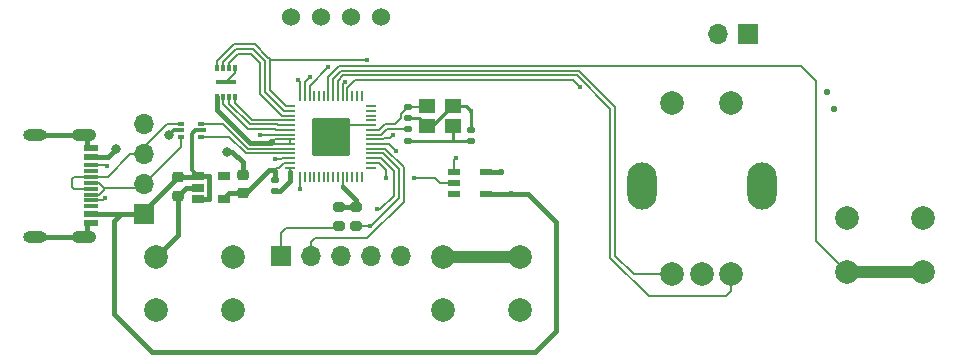
<source format=gbl>
G04 #@! TF.GenerationSoftware,KiCad,Pcbnew,7.0.1-0*
G04 #@! TF.CreationDate,2023-04-02T15:36:46-05:00*
G04 #@! TF.ProjectId,V0_Display,56305f44-6973-4706-9c61-792e6b696361,rev?*
G04 #@! TF.SameCoordinates,Original*
G04 #@! TF.FileFunction,Copper,L4,Bot*
G04 #@! TF.FilePolarity,Positive*
%FSLAX46Y46*%
G04 Gerber Fmt 4.6, Leading zero omitted, Abs format (unit mm)*
G04 Created by KiCad (PCBNEW 7.0.1-0) date 2023-04-02 15:36:46*
%MOMM*%
%LPD*%
G01*
G04 APERTURE LIST*
G04 Aperture macros list*
%AMRoundRect*
0 Rectangle with rounded corners*
0 $1 Rounding radius*
0 $2 $3 $4 $5 $6 $7 $8 $9 X,Y pos of 4 corners*
0 Add a 4 corners polygon primitive as box body*
4,1,4,$2,$3,$4,$5,$6,$7,$8,$9,$2,$3,0*
0 Add four circle primitives for the rounded corners*
1,1,$1+$1,$2,$3*
1,1,$1+$1,$4,$5*
1,1,$1+$1,$6,$7*
1,1,$1+$1,$8,$9*
0 Add four rect primitives between the rounded corners*
20,1,$1+$1,$2,$3,$4,$5,0*
20,1,$1+$1,$4,$5,$6,$7,0*
20,1,$1+$1,$6,$7,$8,$9,0*
20,1,$1+$1,$8,$9,$2,$3,0*%
G04 Aperture macros list end*
G04 #@! TA.AperFunction,SMDPad,CuDef*
%ADD10R,0.300000X0.600000*%
G04 #@! TD*
G04 #@! TA.AperFunction,SMDPad,CuDef*
%ADD11R,1.700000X0.300000*%
G04 #@! TD*
G04 #@! TA.AperFunction,SMDPad,CuDef*
%ADD12RoundRect,0.050000X-0.050000X0.387500X-0.050000X-0.387500X0.050000X-0.387500X0.050000X0.387500X0*%
G04 #@! TD*
G04 #@! TA.AperFunction,SMDPad,CuDef*
%ADD13RoundRect,0.050000X-0.387500X0.050000X-0.387500X-0.050000X0.387500X-0.050000X0.387500X0.050000X0*%
G04 #@! TD*
G04 #@! TA.AperFunction,ComponentPad*
%ADD14C,0.600000*%
G04 #@! TD*
G04 #@! TA.AperFunction,SMDPad,CuDef*
%ADD15RoundRect,0.144000X-1.456000X1.456000X-1.456000X-1.456000X1.456000X-1.456000X1.456000X1.456000X0*%
G04 #@! TD*
G04 #@! TA.AperFunction,ComponentPad*
%ADD16C,2.000000*%
G04 #@! TD*
G04 #@! TA.AperFunction,ComponentPad*
%ADD17O,2.500000X4.000000*%
G04 #@! TD*
G04 #@! TA.AperFunction,ComponentPad*
%ADD18C,1.524000*%
G04 #@! TD*
G04 #@! TA.AperFunction,ComponentPad*
%ADD19R,1.700000X1.700000*%
G04 #@! TD*
G04 #@! TA.AperFunction,ComponentPad*
%ADD20O,1.700000X1.700000*%
G04 #@! TD*
G04 #@! TA.AperFunction,SMDPad,CuDef*
%ADD21RoundRect,0.135000X-0.185000X0.135000X-0.185000X-0.135000X0.185000X-0.135000X0.185000X0.135000X0*%
G04 #@! TD*
G04 #@! TA.AperFunction,SMDPad,CuDef*
%ADD22RoundRect,0.200000X-0.275000X0.200000X-0.275000X-0.200000X0.275000X-0.200000X0.275000X0.200000X0*%
G04 #@! TD*
G04 #@! TA.AperFunction,SMDPad,CuDef*
%ADD23RoundRect,0.225000X0.250000X-0.225000X0.250000X0.225000X-0.250000X0.225000X-0.250000X-0.225000X0*%
G04 #@! TD*
G04 #@! TA.AperFunction,SMDPad,CuDef*
%ADD24RoundRect,0.140000X0.170000X-0.140000X0.170000X0.140000X-0.170000X0.140000X-0.170000X-0.140000X0*%
G04 #@! TD*
G04 #@! TA.AperFunction,SMDPad,CuDef*
%ADD25R,1.060000X0.650000*%
G04 #@! TD*
G04 #@! TA.AperFunction,SMDPad,CuDef*
%ADD26R,1.050000X0.600000*%
G04 #@! TD*
G04 #@! TA.AperFunction,SMDPad,CuDef*
%ADD27R,0.500000X0.375000*%
G04 #@! TD*
G04 #@! TA.AperFunction,SMDPad,CuDef*
%ADD28R,0.650000X0.300000*%
G04 #@! TD*
G04 #@! TA.AperFunction,SMDPad,CuDef*
%ADD29RoundRect,0.225000X-0.250000X0.225000X-0.250000X-0.225000X0.250000X-0.225000X0.250000X0.225000X0*%
G04 #@! TD*
G04 #@! TA.AperFunction,SMDPad,CuDef*
%ADD30RoundRect,0.147500X-0.172500X0.147500X-0.172500X-0.147500X0.172500X-0.147500X0.172500X0.147500X0*%
G04 #@! TD*
G04 #@! TA.AperFunction,SMDPad,CuDef*
%ADD31R,1.400000X1.200000*%
G04 #@! TD*
G04 #@! TA.AperFunction,SMDPad,CuDef*
%ADD32R,1.150000X0.600000*%
G04 #@! TD*
G04 #@! TA.AperFunction,SMDPad,CuDef*
%ADD33R,1.150000X0.300000*%
G04 #@! TD*
G04 #@! TA.AperFunction,ComponentPad*
%ADD34O,2.100000X1.050000*%
G04 #@! TD*
G04 #@! TA.AperFunction,ComponentPad*
%ADD35O,2.000000X1.000000*%
G04 #@! TD*
G04 #@! TA.AperFunction,ViaPad*
%ADD36C,0.800000*%
G04 #@! TD*
G04 #@! TA.AperFunction,ViaPad*
%ADD37C,0.400000*%
G04 #@! TD*
G04 #@! TA.AperFunction,ViaPad*
%ADD38C,0.550000*%
G04 #@! TD*
G04 #@! TA.AperFunction,Conductor*
%ADD39C,0.400000*%
G04 #@! TD*
G04 #@! TA.AperFunction,Conductor*
%ADD40C,0.250000*%
G04 #@! TD*
G04 #@! TA.AperFunction,Conductor*
%ADD41C,0.300000*%
G04 #@! TD*
G04 #@! TA.AperFunction,Conductor*
%ADD42C,0.200000*%
G04 #@! TD*
G04 #@! TA.AperFunction,Conductor*
%ADD43C,1.000000*%
G04 #@! TD*
G04 APERTURE END LIST*
D10*
X103380000Y-57127500D03*
X103880000Y-57127500D03*
X104380000Y-57127500D03*
X104880000Y-57127500D03*
X104880000Y-59627500D03*
X104380000Y-59627500D03*
X103880000Y-59627500D03*
X103380000Y-59627500D03*
D11*
X104130000Y-58377500D03*
D12*
X110400000Y-59562500D03*
X110800000Y-59562500D03*
X111200000Y-59562500D03*
X111600000Y-59562500D03*
X112000000Y-59562500D03*
X112400000Y-59562500D03*
X112800000Y-59562500D03*
X113200000Y-59562500D03*
X113600000Y-59562500D03*
X114000000Y-59562500D03*
X114400000Y-59562500D03*
X114800000Y-59562500D03*
X115200000Y-59562500D03*
X115600000Y-59562500D03*
D13*
X116437500Y-60400000D03*
X116437500Y-60800000D03*
X116437500Y-61200000D03*
X116437500Y-61600000D03*
X116437500Y-62000000D03*
X116437500Y-62400000D03*
X116437500Y-62800000D03*
X116437500Y-63200000D03*
X116437500Y-63600000D03*
X116437500Y-64000000D03*
X116437500Y-64400000D03*
X116437500Y-64800000D03*
X116437500Y-65200000D03*
X116437500Y-65600000D03*
D12*
X115600000Y-66437500D03*
X115200000Y-66437500D03*
X114800000Y-66437500D03*
X114400000Y-66437500D03*
X114000000Y-66437500D03*
X113600000Y-66437500D03*
X113200000Y-66437500D03*
X112800000Y-66437500D03*
X112400000Y-66437500D03*
X112000000Y-66437500D03*
X111600000Y-66437500D03*
X111200000Y-66437500D03*
X110800000Y-66437500D03*
X110400000Y-66437500D03*
D13*
X109562500Y-65600000D03*
X109562500Y-65200000D03*
X109562500Y-64800000D03*
X109562500Y-64400000D03*
X109562500Y-64000000D03*
X109562500Y-63600000D03*
X109562500Y-63200000D03*
X109562500Y-62800000D03*
X109562500Y-62400000D03*
X109562500Y-62000000D03*
X109562500Y-61600000D03*
X109562500Y-61200000D03*
X109562500Y-60800000D03*
X109562500Y-60400000D03*
D14*
X111725000Y-61725000D03*
X113000000Y-61725000D03*
X114275000Y-61725000D03*
X111725000Y-63000000D03*
X113000000Y-63000000D03*
D15*
X113000000Y-63000000D03*
D14*
X114275000Y-63000000D03*
X111725000Y-64275000D03*
X113000000Y-64275000D03*
X114275000Y-64275000D03*
D16*
X156670000Y-69900000D03*
X163170000Y-69900000D03*
X156670000Y-74400000D03*
X163170000Y-74400000D03*
X141920000Y-74650000D03*
X146920000Y-74650000D03*
X144420000Y-74650000D03*
D17*
X139340000Y-67150000D03*
X149500000Y-67150000D03*
D16*
X141920000Y-60150000D03*
X146920000Y-60150000D03*
D18*
X109660000Y-52850000D03*
X112200000Y-52850000D03*
X114740000Y-52850000D03*
X117280000Y-52850000D03*
D19*
X108795000Y-73120000D03*
D20*
X111335000Y-73120000D03*
X113875000Y-73120000D03*
X116415000Y-73120000D03*
X118955000Y-73120000D03*
D21*
X119560000Y-62350000D03*
X119560000Y-63370000D03*
D22*
X115150000Y-68925000D03*
X115150000Y-70575000D03*
D16*
X128975000Y-73145000D03*
X122475000Y-73145000D03*
X128975000Y-77645000D03*
X122475000Y-77645000D03*
D23*
X105520000Y-67750000D03*
X105520000Y-66200000D03*
D24*
X119570000Y-61400000D03*
X119570000Y-60440000D03*
X124880000Y-63340000D03*
X124880000Y-62380000D03*
D25*
X101720000Y-68245000D03*
X101720000Y-67295000D03*
X101720000Y-66345000D03*
X103920000Y-66345000D03*
X103920000Y-68245000D03*
D26*
X123460000Y-67850000D03*
X123460000Y-66900000D03*
X123460000Y-65950000D03*
X126160000Y-65950000D03*
X126160000Y-67850000D03*
D27*
X100345000Y-62987500D03*
D28*
X100270000Y-62450000D03*
D27*
X100345000Y-61912500D03*
X102045000Y-61912500D03*
D28*
X102120000Y-62450000D03*
D27*
X102045000Y-62987500D03*
D19*
X148300000Y-54260000D03*
D20*
X145760000Y-54260000D03*
D29*
X100070000Y-66430000D03*
X100070000Y-67980000D03*
D19*
X97220000Y-69550000D03*
D20*
X97220000Y-67010000D03*
X97220000Y-64470000D03*
X97220000Y-61930000D03*
D16*
X104720000Y-73145000D03*
X98220000Y-73145000D03*
X104720000Y-77645000D03*
X98220000Y-77645000D03*
D30*
X108310000Y-66625000D03*
X108310000Y-67595000D03*
D31*
X121130000Y-60350000D03*
X123330000Y-60350000D03*
X123330000Y-62050000D03*
X121130000Y-62050000D03*
D32*
X92675000Y-70330000D03*
X92675000Y-69530000D03*
D33*
X92675000Y-68380000D03*
X92675000Y-67380000D03*
X92675000Y-66880000D03*
X92675000Y-65880000D03*
D32*
X92675000Y-63930000D03*
X92675000Y-64730000D03*
D33*
X92675000Y-65380000D03*
X92675000Y-66380000D03*
X92675000Y-67880000D03*
X92675000Y-68880000D03*
D34*
X92100000Y-71450000D03*
D35*
X87920000Y-71450000D03*
X87920000Y-62810000D03*
D34*
X92100000Y-62810000D03*
D22*
X113690000Y-68925000D03*
X113690000Y-70575000D03*
D36*
X99320000Y-62850000D03*
D37*
X124865000Y-60775000D03*
D36*
X104220000Y-64250000D03*
D37*
X123610000Y-64750000D03*
X104130000Y-58377500D03*
D38*
X155630000Y-60620000D03*
X128240000Y-67850000D03*
D36*
X94820000Y-64050000D03*
D37*
X111215000Y-57905000D03*
X112767676Y-57117676D03*
X116330000Y-70560000D03*
X117710000Y-66500000D03*
X120050000Y-66500000D03*
D38*
X127389999Y-65950000D03*
X154991233Y-59168767D03*
D37*
X134081800Y-58738200D03*
X116930000Y-69140000D03*
X114178886Y-58358886D03*
X110420000Y-67450000D03*
X108200000Y-65770000D03*
X110220000Y-58150000D03*
X118270000Y-62850000D03*
X114010000Y-67220000D03*
D38*
X108030000Y-63400000D03*
D37*
X116050000Y-56450000D03*
X94020000Y-65450000D03*
X93920000Y-68150000D03*
X108245000Y-64899500D03*
X118491043Y-64168957D03*
X107020000Y-62874500D03*
D39*
X108030000Y-63400000D02*
X107955000Y-63475000D01*
X107955000Y-63475000D02*
X106155000Y-63475000D01*
X106155000Y-63475000D02*
X103380000Y-60700000D01*
X103380000Y-60700000D02*
X103380000Y-59627500D01*
X104220000Y-64250000D02*
X104620000Y-64250000D01*
D40*
X123330000Y-60350000D02*
X124440000Y-60350000D01*
D39*
X92100000Y-62810000D02*
X87640000Y-62810000D01*
D41*
X99720000Y-62450000D02*
X99320000Y-62850000D01*
D42*
X114000000Y-62000000D02*
X113010000Y-62990000D01*
D39*
X92395000Y-70330000D02*
X92395000Y-71155000D01*
D42*
X123460000Y-64900000D02*
X123610000Y-64750000D01*
X104880000Y-57127500D02*
X104880000Y-57627500D01*
D40*
X121130000Y-62050000D02*
X121545000Y-62050000D01*
D39*
X100070000Y-67980000D02*
X100070000Y-71295000D01*
X92395000Y-71155000D02*
X92100000Y-71450000D01*
D40*
X119570000Y-61400000D02*
X120480000Y-61400000D01*
D39*
X92100000Y-71450000D02*
X87640000Y-71450000D01*
X104620000Y-64250000D02*
X105520000Y-65150000D01*
D40*
X124865000Y-60775000D02*
X124880000Y-60790000D01*
X124880000Y-60790000D02*
X124880000Y-62380000D01*
D42*
X113010000Y-62990000D02*
X113000000Y-63000000D01*
D39*
X100755000Y-67295000D02*
X100070000Y-67980000D01*
D40*
X120480000Y-61400000D02*
X121130000Y-62050000D01*
D39*
X92395000Y-63105000D02*
X92100000Y-62810000D01*
X105520000Y-65150000D02*
X105520000Y-66200000D01*
X92395000Y-63930000D02*
X92395000Y-63105000D01*
D42*
X104880000Y-57627500D02*
X104130000Y-58377500D01*
D41*
X100270000Y-62450000D02*
X99720000Y-62450000D01*
D42*
X116435000Y-62000000D02*
X114000000Y-62000000D01*
X123460000Y-65950000D02*
X123460000Y-64900000D01*
D40*
X121545000Y-62050000D02*
X123245000Y-60350000D01*
X123245000Y-60350000D02*
X123330000Y-60350000D01*
D39*
X101720000Y-67295000D02*
X100755000Y-67295000D01*
D40*
X124440000Y-60350000D02*
X124865000Y-60775000D01*
D39*
X100070000Y-71295000D02*
X98220000Y-73145000D01*
X94140000Y-64730000D02*
X92395000Y-64730000D01*
X130290000Y-81210000D02*
X132070000Y-79430000D01*
X132070000Y-79430000D02*
X132070000Y-70230000D01*
X102650000Y-68245000D02*
X101720000Y-68245000D01*
X97880000Y-81210000D02*
X130290000Y-81210000D01*
X97220000Y-69550000D02*
X95720000Y-69550000D01*
X129690000Y-67850000D02*
X128240000Y-67850000D01*
X95220000Y-69550000D02*
X94670000Y-70100000D01*
D41*
X101520000Y-62450000D02*
X101220000Y-62750000D01*
D39*
X102715000Y-66345000D02*
X102715000Y-68180000D01*
D41*
X102120000Y-62450000D02*
X101520000Y-62450000D01*
X101220000Y-62750000D02*
X101220000Y-65845000D01*
D39*
X102715000Y-68180000D02*
X102650000Y-68245000D01*
X94670000Y-70100000D02*
X94670000Y-78000000D01*
X132070000Y-70230000D02*
X129690000Y-67850000D01*
X100070000Y-66430000D02*
X97220000Y-69280000D01*
X95720000Y-69550000D02*
X95220000Y-69550000D01*
X128240000Y-67850000D02*
X126160000Y-67850000D01*
X101635000Y-66430000D02*
X101720000Y-66345000D01*
X100070000Y-66430000D02*
X101635000Y-66430000D01*
X94820000Y-64050000D02*
X94140000Y-64730000D01*
X97220000Y-69280000D02*
X97220000Y-69550000D01*
X94670000Y-78000000D02*
X97880000Y-81210000D01*
X101720000Y-66345000D02*
X102715000Y-66345000D01*
X92415000Y-69550000D02*
X95720000Y-69550000D01*
D41*
X101220000Y-65845000D02*
X101720000Y-66345000D01*
D42*
X92395000Y-66380000D02*
X94110000Y-66380000D01*
X100345000Y-61912500D02*
X99157500Y-61912500D01*
X91120000Y-66550000D02*
X91290000Y-66380000D01*
X94110000Y-66380000D02*
X96020000Y-64470000D01*
X91250000Y-67380000D02*
X91120000Y-67250000D01*
X92395000Y-67380000D02*
X91250000Y-67380000D01*
X97220000Y-63850000D02*
X97220000Y-64470000D01*
X96020000Y-64470000D02*
X97220000Y-64470000D01*
X91120000Y-67250000D02*
X91120000Y-66550000D01*
X91290000Y-66380000D02*
X92395000Y-66380000D01*
X99157500Y-61912500D02*
X97220000Y-63850000D01*
X92395000Y-66880000D02*
X93400000Y-66880000D01*
X96880000Y-67350000D02*
X93912893Y-67350000D01*
X100345000Y-63885000D02*
X97220000Y-67010000D01*
X100345000Y-62987500D02*
X100345000Y-63885000D01*
X97220000Y-67010000D02*
X96880000Y-67350000D01*
X93400000Y-66880000D02*
X93891446Y-67371447D01*
X93382893Y-67880000D02*
X92395000Y-67880000D01*
X93891446Y-67371447D02*
X93382893Y-67880000D01*
X110800000Y-58320000D02*
X110800000Y-59562500D01*
X111215000Y-57905000D02*
X110800000Y-58320000D01*
X112767676Y-57117676D02*
X111200000Y-58685352D01*
X111200000Y-58685352D02*
X111200000Y-59562500D01*
X116437500Y-64000000D02*
X117615686Y-64000000D01*
X119160000Y-68485685D02*
X116075685Y-71570000D01*
X119160000Y-65544314D02*
X119160000Y-68485685D01*
X111335000Y-71905000D02*
X111335000Y-73120000D01*
X116075685Y-71570000D02*
X111670000Y-71570000D01*
X111670000Y-71570000D02*
X111335000Y-71905000D01*
X117615686Y-64000000D02*
X119160000Y-65544314D01*
X116366061Y-70560000D02*
X118760000Y-68166061D01*
X118760000Y-65710000D02*
X117450000Y-64400000D01*
X116330000Y-70560000D02*
X116366061Y-70560000D01*
X116330000Y-70560000D02*
X116315000Y-70575000D01*
X117450000Y-64400000D02*
X116437500Y-64400000D01*
X118760000Y-68166061D02*
X118760000Y-65710000D01*
X116315000Y-70575000D02*
X115150000Y-70575000D01*
X113720000Y-56980000D02*
X152800000Y-56980000D01*
D43*
X163170000Y-74400000D02*
X156670000Y-74400000D01*
D42*
X154050000Y-71780000D02*
X156670000Y-74400000D01*
X152800000Y-56980000D02*
X154050000Y-58230000D01*
X112800000Y-59562500D02*
X112800000Y-57900000D01*
X154050000Y-58230000D02*
X154050000Y-71780000D01*
X112800000Y-57900000D02*
X113720000Y-56980000D01*
X117118628Y-65200000D02*
X117710000Y-65791372D01*
X117710000Y-65791372D02*
X117710000Y-66500000D01*
X121840000Y-66500000D02*
X122240000Y-66900000D01*
X116437500Y-65200000D02*
X117118628Y-65200000D01*
X120050000Y-66500000D02*
X121840000Y-66500000D01*
X122240000Y-66900000D02*
X123460000Y-66900000D01*
D39*
X126160000Y-65950000D02*
X127389999Y-65950000D01*
D42*
X118450000Y-61950000D02*
X118960000Y-61440000D01*
X117116876Y-62400000D02*
X117566877Y-61950000D01*
X119570000Y-60440000D02*
X121040000Y-60440000D01*
X121040000Y-60440000D02*
X121130000Y-60350000D01*
X116437500Y-62400000D02*
X117116876Y-62400000D01*
X118960000Y-61440000D02*
X118960000Y-61050000D01*
X118960000Y-61050000D02*
X119570000Y-60440000D01*
X117566877Y-61950000D02*
X118450000Y-61950000D01*
D40*
X123330000Y-62050000D02*
X123330000Y-63310000D01*
X124880000Y-63340000D02*
X123300000Y-63340000D01*
X123300000Y-63340000D02*
X119590000Y-63340000D01*
X123330000Y-63310000D02*
X123300000Y-63340000D01*
D42*
X133523600Y-58180000D02*
X115070000Y-58180000D01*
X114400000Y-58850000D02*
X114400000Y-59562500D01*
X115070000Y-58180000D02*
X114400000Y-58850000D01*
X134081800Y-58738200D02*
X133523600Y-58180000D01*
X139924314Y-76480000D02*
X146480000Y-76480000D01*
X136670000Y-60620000D02*
X136670000Y-73225686D01*
X113600000Y-58231372D02*
X114051372Y-57780000D01*
X133830000Y-57780000D02*
X136670000Y-60620000D01*
X114051372Y-57780000D02*
X133830000Y-57780000D01*
X136670000Y-73225686D02*
X139924314Y-76480000D01*
X146920000Y-76040000D02*
X146920000Y-74650000D01*
X113600000Y-59562500D02*
X113600000Y-58231372D01*
X146480000Y-76480000D02*
X146920000Y-76040000D01*
X113200000Y-58065686D02*
X113885687Y-57380000D01*
X113200000Y-59562500D02*
X113200000Y-58065686D01*
X138660000Y-74650000D02*
X141920000Y-74650000D01*
X137070000Y-73060000D02*
X138660000Y-74650000D01*
X113885687Y-57380000D02*
X133995686Y-57380000D01*
X137070000Y-60454315D02*
X137070000Y-73060000D01*
X133995686Y-57380000D02*
X137070000Y-60454315D01*
X108790000Y-71100000D02*
X108795000Y-71105000D01*
X116930000Y-69140000D02*
X117184314Y-69140000D01*
X108795000Y-71105000D02*
X108795000Y-73120000D01*
X117284314Y-64800000D02*
X116437500Y-64800000D01*
X118360000Y-67964314D02*
X118360000Y-65875686D01*
X113560000Y-70705000D02*
X109185000Y-70705000D01*
X117184314Y-69140000D02*
X118360000Y-67964314D01*
X113690000Y-70575000D02*
X113560000Y-70705000D01*
X109185000Y-70705000D02*
X108790000Y-71100000D01*
X118360000Y-65875686D02*
X117284314Y-64800000D01*
X108610026Y-65620000D02*
X108350000Y-65620000D01*
X109562500Y-63600000D02*
X108230000Y-63600000D01*
X117995000Y-63125000D02*
X117523248Y-63125000D01*
X114178886Y-58358886D02*
X114000000Y-58537772D01*
D39*
X115150000Y-68925000D02*
X113690000Y-68925000D01*
D42*
X114000000Y-66437500D02*
X114000000Y-67210000D01*
X114000000Y-67210000D02*
X114010000Y-67220000D01*
D39*
X104415000Y-67750000D02*
X103920000Y-68245000D01*
D42*
X109562500Y-65200000D02*
X109030026Y-65200000D01*
X114000000Y-58537772D02*
X114000000Y-59562500D01*
D39*
X107765000Y-65795000D02*
X108175000Y-65795000D01*
X115150000Y-68925000D02*
X115150000Y-68360000D01*
X105520000Y-67750000D02*
X104415000Y-67750000D01*
D42*
X109030026Y-65200000D02*
X108610026Y-65620000D01*
D39*
X105810000Y-67750000D02*
X107765000Y-65795000D01*
D42*
X109562500Y-63200000D02*
X109562500Y-63600000D01*
X108230000Y-63600000D02*
X108030000Y-63400000D01*
D39*
X108200000Y-65770000D02*
X108175000Y-65795000D01*
X105520000Y-67750000D02*
X105810000Y-67750000D01*
X108310000Y-65930000D02*
X108175000Y-65795000D01*
D42*
X110220000Y-58150000D02*
X110400000Y-58330000D01*
X118270000Y-62850000D02*
X117995000Y-63125000D01*
X117448248Y-63200000D02*
X116437500Y-63200000D01*
X117523248Y-63125000D02*
X117448248Y-63200000D01*
X108350000Y-65620000D02*
X108200000Y-65770000D01*
X110400000Y-67430000D02*
X110400000Y-66437500D01*
X109562500Y-63200000D02*
X108230000Y-63200000D01*
D39*
X115150000Y-68360000D02*
X114010000Y-67220000D01*
D42*
X110400000Y-58330000D02*
X110400000Y-59562500D01*
D39*
X108310000Y-66625000D02*
X108310000Y-65930000D01*
D42*
X108230000Y-63200000D02*
X108030000Y-63400000D01*
X110420000Y-67450000D02*
X110400000Y-67430000D01*
X109562500Y-65600000D02*
X109562500Y-65972500D01*
D39*
X109570000Y-66760000D02*
X108735000Y-67595000D01*
X108735000Y-67595000D02*
X108310000Y-67595000D01*
X109570000Y-65980000D02*
X109570000Y-66760000D01*
D42*
X109562500Y-65972500D02*
X109570000Y-65980000D01*
X116437500Y-62800000D02*
X117282562Y-62800000D01*
X117732562Y-62350000D02*
X119560000Y-62350000D01*
X117282562Y-62800000D02*
X117732562Y-62350000D01*
X104797500Y-55160000D02*
X103380000Y-56577500D01*
X107891372Y-56460000D02*
X107630686Y-56199314D01*
X116050000Y-56450000D02*
X116040000Y-56460000D01*
X107820000Y-59024288D02*
X107820000Y-56388628D01*
X103380000Y-56577500D02*
X103380000Y-57127500D01*
X107630686Y-56199314D02*
X106591371Y-55160000D01*
X107820000Y-56388628D02*
X107630686Y-56199314D01*
X109562500Y-60400000D02*
X109195711Y-60400000D01*
X116040000Y-56460000D02*
X107891372Y-56460000D01*
X106591371Y-55160000D02*
X104797500Y-55160000D01*
X109195711Y-60400000D02*
X107820000Y-59024288D01*
D43*
X128975000Y-73145000D02*
X122475000Y-73145000D01*
D42*
X93950000Y-65380000D02*
X92395000Y-65380000D01*
X94020000Y-65450000D02*
X93950000Y-65380000D01*
X106020000Y-64000000D02*
X109562500Y-64000000D01*
X103885394Y-61912500D02*
X105972894Y-64000000D01*
X105972894Y-64000000D02*
X106020000Y-64000000D01*
X102045000Y-61912500D02*
X103885394Y-61912500D01*
X106320000Y-64400000D02*
X109562500Y-64400000D01*
X104394708Y-62987500D02*
X105807209Y-64400000D01*
X105807209Y-64400000D02*
X106320000Y-64400000D01*
X102045000Y-62987500D02*
X104394708Y-62987500D01*
X105130000Y-55960000D02*
X104380000Y-56710000D01*
X107020000Y-59355660D02*
X107020000Y-56720000D01*
X104380000Y-56710000D02*
X104380000Y-57127500D01*
X109562500Y-61200000D02*
X108864339Y-61200000D01*
X108864339Y-61200000D02*
X107020000Y-59355660D01*
X106260000Y-55960000D02*
X105130000Y-55960000D01*
X107020000Y-56720000D02*
X106260000Y-55960000D01*
X107420000Y-56554314D02*
X106425685Y-55560000D01*
X106425685Y-55560000D02*
X104963186Y-55560000D01*
X107420000Y-59189974D02*
X107420000Y-56554314D01*
X109030025Y-60800000D02*
X107420000Y-59189974D01*
X109562500Y-60800000D02*
X109030025Y-60800000D01*
X103880000Y-56643186D02*
X103880000Y-57127500D01*
X104963186Y-55560000D02*
X103880000Y-56643186D01*
X108317284Y-62350000D02*
X105986816Y-62350000D01*
X109562500Y-62400000D02*
X108367284Y-62400000D01*
X103880000Y-60243186D02*
X103880000Y-59627500D01*
X108367284Y-62400000D02*
X108317284Y-62350000D01*
X105986816Y-62350000D02*
X103880000Y-60243186D01*
X106152501Y-61950000D02*
X104380000Y-60177500D01*
X108482969Y-61950000D02*
X106152501Y-61950000D01*
X109562500Y-62000000D02*
X108532969Y-62000000D01*
X104380000Y-60177500D02*
X104380000Y-59627500D01*
X108532969Y-62000000D02*
X108482969Y-61950000D01*
X104880000Y-60111814D02*
X106318186Y-61550000D01*
X108698654Y-61600000D02*
X109562500Y-61600000D01*
X104880000Y-59627500D02*
X104880000Y-60111814D01*
X106318186Y-61550000D02*
X108648653Y-61550000D01*
X108648653Y-61550000D02*
X108698654Y-61600000D01*
X93920000Y-68150000D02*
X93690000Y-68380000D01*
X93690000Y-68380000D02*
X92395000Y-68380000D01*
X107094500Y-62800000D02*
X109565000Y-62800000D01*
X108245000Y-64899500D02*
X108764841Y-64899500D01*
X107020000Y-62874500D02*
X107094500Y-62800000D01*
X118491043Y-64168957D02*
X117922086Y-63600000D01*
X108864341Y-64800000D02*
X109562500Y-64800000D01*
X108764841Y-64899500D02*
X108864341Y-64800000D01*
X117922086Y-63600000D02*
X116437500Y-63600000D01*
M02*

</source>
